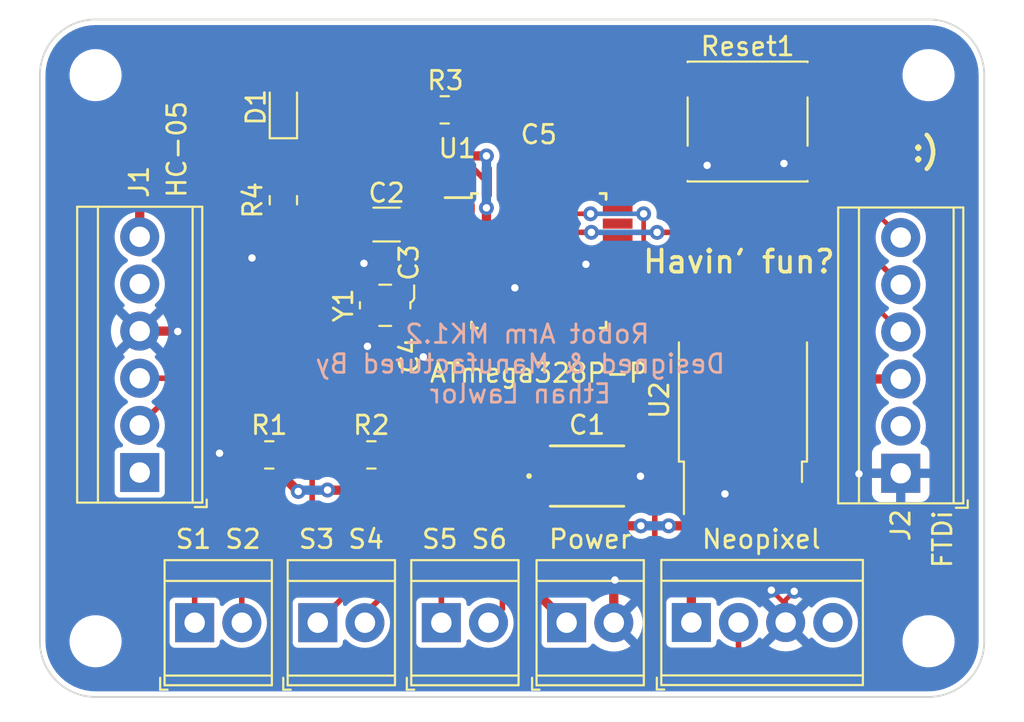
<source format=kicad_pcb>
(kicad_pcb (version 20221018) (generator pcbnew)
  (layers (0 "F.Cu" signal) (31 "B.Cu" signal) (34 "B.Paste" user) (35 "F.Paste" user) (36 "B.SilkS" user "B.Silkscreen") (37 "F.SilkS" user "F.Silkscreen") (38 "B.Mask" user) (39 "F.Mask" user) (44 "Edge.Cuts" user))
  (net 0 "")
  (net 1 "VBUS")
  (net 2 "GND")
  (net 3 "+5V")
  (net 4 "PB6_CRYS1")
  (net 5 "PB7_CRYS2")
  (net 6 "Net-(J2-Pin_6)")
  (net 7 "PC6_RESET")
  (net 8 "Net-(D1-K)")
  (net 10 "Net-(J1-Pin_2)")
  (net 11 "PD2_HC05TX")
  (net 14 "PD0_FTDITX")
  (net 15 "PD1_FTDIRX")
  (net 16 "PD3_S1")
  (net 17 "PD5_S2")
  (net 18 "PD6_S3")
  (net 19 "PB1_S4")
  (net 20 "PB2_S5")
  (net 21 "PB3_S6")
  (net 22 "PB5_NEO")
  (net 24 "PD4_HC05RX")
  (footprint "Package_TO_SOT_SMD:TO-252-2" (layer "F.Cu") (at 162.5 103.01 90)
    (fp_text reference "U2" (at 0 -4.5 90) (layer "F.SilkS"))
    (fp_text value "AMS1117")
    (fp_line (start -3.31 -3.45) (end -3.31 -3.18) (stroke (width 0.12)) (layer "F.SilkS"))
    (fp_line (start -3.31 -3.18) (end -6.14 -3.18) (stroke (width 0.12)) (layer "F.SilkS"))
    (fp_line (start -3.31 3.18) (end -4.41 3.18) (stroke (width 0.12)) (layer "F.SilkS"))
    (fp_line (start -3.31 3.45) (end -3.31 3.18) (stroke (width 0.12)) (layer "F.SilkS"))
    (fp_line (start 3.11 -3.45) (end -3.31 -3.45) (stroke (width 0.12)) (layer "F.SilkS"))
    (fp_line (start 3.11 3.45) (end -3.31 3.45) (stroke (width 0.12)) (layer "F.SilkS"))
    (pad "1" smd roundrect (at -5.04 -2.28 90) (size 2.2 1.2) (layers "F.Cu" "F.Paste" "F.Mask") (roundrect_rratio 0.2083333333) (net 2 "GND"))
    (pad "2" smd roundrect (at -0.415 -1.525 90) (size 3.05 2.75) (layers "F.Cu" "F.Paste") (roundrect_rratio 0.09090909091) (net 3 "+5V"))
    (pad "2" smd roundrect (at -0.415 1.525 90) (size 3.05 2.75) (layers "F.Cu" "F.Paste") (roundrect_rratio 0.09090909091) (net 3 "+5V"))
    (pad "2" smd roundrect (at 1.26 0 90) (size 6.4 5.8) (layers "F.Cu" "F.Mask") (roundrect_rratio 0.04310293103) (net 3 "+5V"))
    (pad "2" smd roundrect (at 2.935 -1.525 90) (size 3.05 2.75) (layers "F.Cu" "F.Paste") (roundrect_rratio 0.09090909091) (net 3 "+5V"))
    (pad "2" smd roundrect (at 2.935 1.525 90) (size 3.05 2.75) (layers "F.Cu" "F.Paste") (roundrect_rratio 0.09090909091) (net 3 "+5V"))
    (pad "3" smd roundrect (at -5.04 2.28 90) (size 2.2 1.2) (layers "F.Cu" "F.Paste" "F.Mask") (roundrect_rratio 0.2083333333) (net 1 "VBUS"))
  )
  (footprint "MountingHole:MountingHole_2.2mm_M2" (layer "F.Cu") (at 172.5 85.5)
    (fp_text reference "H3")
    (fp_text value "MountingHole")
    (pad "" np_thru_hole circle (at 0 0) (size 2.2 2.2) (drill 2.2) (layers "*.Cu" "*.Mask"))
  )
  (footprint "MountingHole:MountingHole_2.2mm_M2" (layer "F.Cu") (at 127.62132 85.5)
    (fp_text reference "H2")
    (fp_text value "MountingHole")
    (pad "" np_thru_hole circle (at 0 0) (size 2.2 2.2) (drill 2.2) (layers "*.Cu" "*.Mask"))
  )
  (footprint "TerminalBlock_TE-Connectivity:TerminalBlock_TE_282834-4_1x04_P2.54mm_Horizontal" (layer "F.Cu") (at 159.72 114.99)
    (fp_text reference "J6")
    (fp_text value "Neopixel" (at 3.77 -4.49) (layer "F.SilkS"))
    (fp_line (start -1.86 2.97) (end -1.86 3.61) (stroke (width 0.12)) (layer "F.SilkS"))
    (fp_line (start -1.86 3.61) (end -1.46 3.61) (stroke (width 0.12)) (layer "F.SilkS"))
    (fp_line (start -1.62 -3.37) (end -1.62 3.37) (stroke (width 0.12)) (layer "F.SilkS"))
    (fp_line (start -1.62 -3.37) (end 9.241 -3.37) (stroke (width 0.12)) (layer "F.SilkS"))
    (fp_line (start -1.62 -2.25) (end 9.241 -2.25) (stroke (width 0.12)) (layer "F.SilkS"))
    (fp_line (start -1.62 2.85) (end 9.241 2.85) (stroke (width 0.12)) (layer "F.SilkS"))
    (fp_line (start -1.62 3.37) (end 9.241 3.37) (stroke (width 0.12)) (layer "F.SilkS"))
    (fp_line (start 9.241 -3.37) (end 9.241 3.37) (stroke (width 0.12)) (layer "F.SilkS"))
    (pad "1" thru_hole rect (at 0 0) (size 2.1 2.1) (drill 1.1) (layers "*.Cu" "*.Mask") (net 3 "+5V"))
    (pad "2" thru_hole circle (at 2.54 0) (size 2.1 2.1) (drill 1.1) (layers "*.Cu" "*.Mask") (net 22 "PB5_NEO"))
    (pad "3" thru_hole circle (at 5.08 0) (size 2.1 2.1) (drill 1.1) (layers "*.Cu" "*.Mask") (net 2 "GND"))
    (pad "4" thru_hole circle (at 7.62 0) (size 2.1 2.1) (drill 1.1) (layers "*.Cu" "*.Mask"))
  )
  (footprint "Capacitor_SMD:C_0201_0603Metric_Pad0.64x0.40mm_HandSolder" (layer "F.Cu") (at 145.525 99.05 -90)
    (fp_text reference "C4" (at 1.55 1 90) (layer "F.SilkS"))
    (fp_text value "22pF")
    (pad "1" smd roundrect (at -0.42 0 270) (size 0.635 0.4) (layers "F.Cu" "F.Mask") (net 5 "PB7_CRYS2"))
    (pad "2" smd roundrect (at 0.42 0 270) (size 0.635 0.4) (layers "F.Cu" "F.Mask") (net 2 "GND"))
  )
  (footprint "TerminalBlock_TE-Connectivity:TerminalBlock_TE_282834-2_1x02_P2.54mm_Horizontal" (layer "F.Cu") (at 139.5925 115)
    (fp_text reference "J4")
    (fp_text value "S3 S4" (at 1.27 -4.5) (layer "F.SilkS"))
    (fp_line (start -1.86 2.97) (end -1.86 3.61) (stroke (width 0.12)) (layer "F.SilkS"))
    (fp_line (start -1.86 3.61) (end -1.46 3.61) (stroke (width 0.12)) (layer "F.SilkS"))
    (fp_line (start -1.62 -3.37) (end -1.62 3.37) (stroke (width 0.12)) (layer "F.SilkS"))
    (fp_line (start -1.62 -3.37) (end 4.16 -3.37) (stroke (width 0.12)) (layer "F.SilkS"))
    (fp_line (start -1.62 -2.25) (end 4.16 -2.25) (stroke (width 0.12)) (layer "F.SilkS"))
    (fp_line (start -1.62 2.85) (end 4.16 2.85) (stroke (width 0.12)) (layer "F.SilkS"))
    (fp_line (start -1.62 3.37) (end 4.16 3.37) (stroke (width 0.12)) (layer "F.SilkS"))
    (fp_line (start 4.16 -3.37) (end 4.16 3.37) (stroke (width 0.12)) (layer "F.SilkS"))
    (pad "1" thru_hole rect (at 0 0) (size 2.1 2.1) (drill 1.1) (layers "*.Cu" "*.Mask") (net 18 "PD6_S3"))
    (pad "2" thru_hole circle (at 2.54 0) (size 2.1 2.1) (drill 1.1) (layers "*.Cu" "*.Mask") (net 19 "PB1_S4"))
  )
  (footprint "Capacitor_SMD:C_0201_0603Metric_Pad0.64x0.40mm_HandSolder" (layer "F.Cu") (at 151.5 89.7 180)
    (fp_text reference "C5" (at 0 1 180) (layer "F.SilkS"))
    (fp_text value "100nF")
    (pad "1" smd roundrect (at -0.42 0 180) (size 0.635 0.4) (layers "F.Cu" "F.Mask") (net 6 "Net-(J2-Pin_6)"))
    (pad "2" smd roundrect (at 0.42 0 180) (size 0.635 0.4) (layers "F.Cu" "F.Mask") (net 7 "PC6_RESET"))
  )
  (footprint "Resistor_SMD:R_0805_2012Metric_Pad1.20x1.40mm_HandSolder" (layer "F.Cu") (at 142.48 105.96 180)
    (fp_text reference "R2" (at 0 1.6) (layer "F.SilkS"))
    (fp_text value "1K")
    (fp_line (start -0.227064 -0.735) (end 0.227064 -0.735) (stroke (width 0.12)) (layer "F.SilkS"))
    (fp_line (start -0.227064 0.735) (end 0.227064 0.735) (stroke (width 0.12)) (layer "F.SilkS"))
    (pad "1" smd roundrect (at -1 0 180) (size 1.2 1.4) (layers "F.Cu" "F.Paste" "F.Mask") (roundrect_rratio 0.2083333333) (net 10 "Net-(J1-Pin_2)"))
    (pad "2" smd roundrect (at 1 0 180) (size 1.2 1.4) (layers "F.Cu" "F.Paste" "F.Mask") (roundrect_rratio 0.2083333333) (net 24 "PD4_HC05RX"))
  )
  (footprint "PCBFootprints:TAJB_AVX-M" (layer "F.Cu") (at 154.1 107.1)
    (fp_text reference "C1")
    (fp_text value "100uF")
    (fp_text user "${REFERENCE}" (at 0 -2.75 unlocked) (layer "F.SilkS"))
    (fp_line (start -1.9812 1.6256) (end 1.9812 1.6256) (stroke (width 0.1524)) (layer "F.SilkS"))
    (fp_line (start 1.9812 -1.6256) (end -1.9812 -1.6256) (stroke (width 0.1524)) (layer "F.SilkS"))
    (fp_circle (center -3.1242 0) (end -3.048 0) (stroke (width 0.1524)) (fill none) (layer "F.SilkS"))
    (pad "1" smd rect (at -1.239063 0 90) (size 2.413 1.738275) (layers "F.Cu" "F.Paste" "F.Mask") (net 1 "VBUS"))
    (pad "2" smd rect (at 1.239063 0 90) (size 2.413 1.738275) (layers "F.Cu" "F.Paste" "F.Mask") (net 2 "GND"))
  )
  (footprint "LED_SMD:LED_0603_1608Metric_Pad1.05x0.95mm_HandSolder" (layer "F.Cu") (at 137.74 87.24 90)
    (fp_text reference "D1" (at 0.01 -1.48 90) (layer "F.SilkS"))
    (fp_text value "LED")
    (fp_line (start -1.66 -0.735) (end -1.66 0.735) (stroke (width 0.12)) (layer "F.SilkS"))
    (fp_line (start -1.66 0.735) (end 0.8 0.735) (stroke (width 0.12)) (layer "F.SilkS"))
    (fp_line (start 0.8 -0.735) (end -1.66 -0.735) (stroke (width 0.12)) (layer "F.SilkS"))
    (pad "1" smd roundrect (at -0.875 0 90) (size 1.05 0.95) (layers "F.Cu" "F.Paste" "F.Mask") (net 8 "Net-(D1-K)"))
    (pad "2" smd roundrect (at 0.875 0 90) (size 1.05 0.95) (layers "F.Cu" "F.Paste" "F.Mask") (net 3 "+5V"))
  )
  (footprint "TerminalBlock_TE-Connectivity:TerminalBlock_TE_282834-2_1x02_P2.54mm_Horizontal" (layer "F.Cu") (at 153 115)
    (fp_text reference "J7")
    (fp_text value "Power" (at 1.27 -4.5) (layer "F.SilkS"))
    (fp_line (start -1.86 2.97) (end -1.86 3.61) (stroke (width 0.12)) (layer "F.SilkS"))
    (fp_line (start -1.86 3.61) (end -1.46 3.61) (stroke (width 0.12)) (layer "F.SilkS"))
    (fp_line (start -1.62 -3.37) (end -1.62 3.37) (stroke (width 0.12)) (layer "F.SilkS"))
    (fp_line (start -1.62 -3.37) (end 4.16 -3.37) (stroke (width 0.12)) (layer "F.SilkS"))
    (fp_line (start -1.62 -2.25) (end 4.16 -2.25) (stroke (width 0.12)) (layer "F.SilkS"))
    (fp_line (start -1.62 2.85) (end 4.16 2.85) (stroke (width 0.12)) (layer "F.SilkS"))
    (fp_line (start -1.62 3.37) (end 4.16 3.37) (stroke (width 0.12)) (layer "F.SilkS"))
    (fp_line (start 4.16 -3.37) (end 4.16 3.37) (stroke (width 0.12)) (layer "F.SilkS"))
    (pad "1" thru_hole rect (at 0 0) (size 2.1 2.1) (drill 1.1) (layers "*.Cu" "*.Mask") (net 1 "VBUS"))
    (pad "2" thru_hole circle (at 2.54 0) (size 2.1 2.1) (drill 1.1) (layers "*.Cu" "*.Mask") (net 2 "GND"))
  )
  (footprint "Capacitor_SMD:C_0201_0603Metric_Pad0.64x0.40mm_HandSolder" (layer "F.Cu") (at 145.525 96.8 90)
    (fp_text reference "C3" (at 1.2 -1.025 90) (layer "F.SilkS"))
    (fp_text value "22pF")
    (pad "1" smd roundrect (at -0.43 0 90) (size 0.635 0.4) (layers "F.Cu" "F.Mask") (net 4 "PB6_CRYS1"))
    (pad "2" smd roundrect (at 0.41 0 90) (size 0.635 0.4) (layers "F.Cu" "F.Mask") (net 2 "GND"))
  )
  (footprint "TerminalBlock_TE-Connectivity:TerminalBlock_TE_282834-2_1x02_P2.54mm_Horizontal" (layer "F.Cu") (at 146.25 115)
    (fp_text reference "J5")
    (fp_text value "S5 S6" (at 1.25 -4.5) (layer "F.SilkS"))
    (fp_line (start -1.86 2.97) (end -1.86 3.61) (stroke (width 0.12)) (layer "F.SilkS"))
    (fp_line (start -1.86 3.61) (end -1.46 3.61) (stroke (width 0.12)) (layer "F.SilkS"))
    (fp_line (start -1.62 -3.37) (end -1.62 3.37) (stroke (width 0.12)) (layer "F.SilkS"))
    (fp_line (start -1.62 -3.37) (end 4.16 -3.37) (stroke (width 0.12)) (layer "F.SilkS"))
    (fp_line (start -1.62 -2.25) (end 4.16 -2.25) (stroke (width 0.12)) (layer "F.SilkS"))
    (fp_line (start -1.62 2.85) (end 4.16 2.85) (stroke (width 0.12)) (layer "F.SilkS"))
    (fp_line (start -1.62 3.37) (end 4.16 3.37) (stroke (width 0.12)) (layer "F.SilkS"))
    (fp_line (start 4.16 -3.37) (end 4.16 3.37) (stroke (width 0.12)) (layer "F.SilkS"))
    (pad "1" thru_hole rect (at 0 0) (size 2.1 2.1) (drill 1.1) (layers "*.Cu" "*.Mask") (net 20 "PB2_S5"))
    (pad "2" thru_hole circle (at 2.54 0) (size 2.1 2.1) (drill 1.1) (layers "*.Cu" "*.Mask") (net 21 "PB3_S6"))
  )
  (footprint "TerminalBlock_TE-Connectivity:TerminalBlock_TE_282834-6_1x06_P2.54mm_Horizontal" (layer "F.Cu") (at 130 106.91 90)
    (fp_text reference "J1" (at 15.66 -0.03 90) (layer "F.SilkS"))
    (fp_text value "HC-05" (at 17.41 2 90) (layer "F.SilkS"))
    (fp_line (start -1.86 2.97) (end -1.86 3.61) (stroke (width 0.12)) (layer "F.SilkS"))
    (fp_line (start -1.86 3.61) (end -1.46 3.61) (stroke (width 0.12)) (layer "F.SilkS"))
    (fp_line (start -1.62 -3.37) (end -1.62 3.37) (stroke (width 0.12)) (layer "F.SilkS"))
    (fp_line (start -1.62 -3.37) (end 14.32 -3.37) (stroke (width 0.12)) (layer "F.SilkS"))
    (fp_line (start -1.62 -2.25) (end 14.32 -2.25) (stroke (width 0.12)) (layer "F.SilkS"))
    (fp_line (start -1.62 2.85) (end 14.32 2.85) (stroke (width 0.12)) (layer "F.SilkS"))
    (fp_line (start -1.62 3.37) (end 14.32 3.37) (stroke (width 0.12)) (layer "F.SilkS"))
    (fp_line (start 14.32 -3.37) (end 14.32 3.37) (stroke (width 0.12)) (layer "F.SilkS"))
    (pad "1" thru_hole rect (at 0 0 90) (size 2.1 2.1) (drill 1.1) (layers "*.Cu" "*.Mask"))
    (pad "2" thru_hole circle (at 2.54 0 90) (size 2.1 2.1) (drill 1.1) (layers "*.Cu" "*.Mask") (net 10 "Net-(J1-Pin_2)"))
    (pad "3" thru_hole circle (at 5.08 0 90) (size 2.1 2.1) (drill 1.1) (layers "*.Cu" "*.Mask") (net 11 "PD2_HC05TX"))
    (pad "4" thru_hole circle (at 7.62 0 90) (size 2.1 2.1) (drill 1.1) (layers "*.Cu" "*.Mask") (net 2 "GND"))
    (pad "5" thru_hole circle (at 10.16 0 90) (size 2.1 2.1) (drill 1.1) (layers "*.Cu" "*.Mask"))
    (pad "6" thru_hole circle (at 12.7 0 90) (size 2.1 2.1) (drill 1.1) (layers "*.Cu" "*.Mask") (net 3 "+5V"))
  )
  (footprint "Capacitor_SMD:C_1206_3216Metric_Pad1.33x1.80mm_HandSolder" (layer "F.Cu") (at 143.3 93.55 180)
    (fp_text reference "C2" (at 0 1.7) (layer "F.SilkS"))
    (fp_text value "10uF")
    (fp_line (start -0.711252 -0.91) (end 0.711252 -0.91) (stroke (width 0.12)) (layer "F.SilkS"))
    (fp_line (start -0.711252 0.91) (end 0.711252 0.91) (stroke (width 0.12)) (layer "F.SilkS"))
    (pad "1" smd roundrect (at -1.5625 0 180) (size 1.325 1.8) (layers "F.Cu" "F.Paste" "F.Mask") (roundrect_rratio 0.1886792453) (net 3 "+5V"))
    (pad "2" smd roundrect (at 1.5625 0 180) (size 1.325 1.8) (layers "F.Cu" "F.Paste" "F.Mask") (roundrect_rratio 0.1886792453) (net 2 "GND"))
  )
  (footprint "Button_Switch_SMD:SW_Push_1P1T_NO_6x6mm_H9.5mm" (layer "F.Cu") (at 162.75 88)
    (fp_text reference "Reset1" (at 0 -4.05) (layer "F.SilkS"))
    (fp_text value "SW_Push_Dual")
    (fp_line (start -3.23 -3.23) (end 3.23 -3.23) (stroke (width 0.12)) (layer "F.SilkS"))
    (fp_line (start -3.23 -3.2) (end -3.23 -3.23) (stroke (width 0.12)) (layer "F.SilkS"))
    (fp_line (start -3.23 -1.3) (end -3.23 1.3) (stroke (width 0.12)) (layer "F.SilkS"))
    (fp_line (start -3.23 3.23) (end -3.23 3.2) (stroke (width 0.12)) (layer "F.SilkS"))
    (fp_line (start -3.23 3.23) (end 3.23 3.23) (stroke (width 0.12)) (layer "F.SilkS"))
    (fp_line (start 3.23 -3.23) (end 3.23 -3.2) (stroke (width 0.12)) (layer "F.SilkS"))
    (fp_line (start 3.23 -1.3) (end 3.23 1.3) (stroke (width 0.12)) (layer "F.SilkS"))
    (fp_line (start 3.23 3.23) (end 3.23 3.2) (stroke (width 0.12)) (layer "F.SilkS"))
    (pad "1" smd rect (at -3.975 -2.25) (size 1.55 1.3) (layers "F.Cu" "F.Paste" "F.Mask") (net 7 "PC6_RESET"))
    (pad "1" smd rect (at 3.975 -2.25) (size 1.55 1.3) (layers "F.Cu" "F.Paste" "F.Mask") (net 7 "PC6_RESET"))
    (pad "2" smd rect (at -3.975 2.25) (size 1.55 1.3) (layers "F.Cu" "F.Paste" "F.Mask") (net 2 "GND"))
    (pad "2" smd rect (at 3.975 2.25) (size 1.55 1.3) (layers "F.Cu" "F.Paste" "F.Mask") (net 2 "GND"))
  )
  (footprint "TerminalBlock_TE-Connectivity:TerminalBlock_TE_282834-6_1x06_P2.54mm_Horizontal" (layer "F.Cu") (at 171 106.95 90)
    (fp_text reference "J2" (at -2.8 0 90) (layer "F.SilkS"))
    (fp_text value "FTDi" (at -3.55 2.25 90) (layer "F.SilkS"))
    (fp_line (start -1.86 2.97) (end -1.86 3.61) (stroke (width 0.12)) (layer "F.SilkS"))
    (fp_line (start -1.86 3.61) (end -1.46 3.61) (stroke (width 0.12)) (layer "F.SilkS"))
    (fp_line (start -1.62 -3.37) (end -1.62 3.37) (stroke (width 0.12)) (layer "F.SilkS"))
    (fp_line (start -1.62 -3.37) (end 14.32 -3.37) (stroke (width 0.12)) (layer "F.SilkS"))
    (fp_line (start -1.62 -2.25) (end 14.32 -2.25) (stroke (width 0.12)) (layer "F.SilkS"))
    (fp_line (start -1.62 2.85) (end 14.32 2.85) (stroke (width 0.12)) (layer "F.SilkS"))
    (fp_line (start -1.62 3.37) (end 14.32 3.37) (stroke (width 0.12)) (layer "F.SilkS"))
    (fp_line (start 14.32 -3.37) (end 14.32 3.37) (stroke (width 0.12)) (layer "F.SilkS"))
    (pad "1" thru_hole rect (at 0 0 90) (size 2.1 2.1) (drill 1.1) (layers "*.Cu" "*.Mask") (net 2 "GND"))
    (pad "2" thru_hole circle (at 2.54 0 90) (size 2.1 2.1) (drill 1.1) (layers "*.Cu" "*.Mask"))
    (pad "3" thru_hole circle (at 5.08 0 90) (size 2.1 2.1) (drill 1.1) (layers "*.Cu" "*.Mask") (net 3 "+5V"))
    (pad "4" thru_hole circle (at 7.62 0 90) (size 2.1 2.1) (drill 1.1) (layers "*.Cu" "*.Mask") (net 14 "PD0_FTDITX"))
    (pad "5" thru_hole circle (at 10.16 0 90) (size 2.1 2.1) (drill 1.1) (layers "*.Cu" "*.Mask") (net 15 "PD1_FTDIRX"))
    (pad "6" thru_hole circle (at 12.7 0 90) (size 2.1 2.1) (drill 1.1) (layers "*.Cu" "*.Mask") (net 6 "Net-(J2-Pin_6)"))
  )
  (footprint "Oscillator:Oscillator_SMD_ECS_2520MV-xxx-xx-4Pin_2.5x2.0mm" (layer "F.Cu") (at 143.225 97.9 -90)
    (fp_text reference "Y1" (at 0 2.25 90) (layer "F.SilkS"))
    (fp_text value "16MHz OSC")
    (fp_line (start -1.11 0.32) (end -1.11 -0.32) (stroke (width 0.12)) (layer "F.SilkS"))
    (fp_line (start -0.38 -1.56) (end -1.07 -1.56) (stroke (width 0.12)) (layer "F.SilkS"))
    (fp_line (start -0.17 1.36) (end 0.17 1.36) (stroke (width 0.12)) (layer "F.SilkS"))
    (fp_line (start -0.16 -1.36) (end 0.17 -1.36) (stroke (width 0.12)) (layer "F.SilkS"))
    (fp_line (start 1.11 0.32) (end 1.11 -0.32) (stroke (width 0.12)) (layer "F.SilkS"))
    (fp_arc (start -0.38 -1.56) (mid -0.246393 -1.485967) (end -0.16 -1.36) (stroke (width 0.12)) (layer "F.SilkS"))
    (pad "1" smd roundrect (at -0.725 -0.925 270) (size 0.8 0.9) (layers "F.Cu" "F.Paste" "F.Mask") (net 4 "PB6_CRYS1"))
    (pad "2" smd roundrect (at -0.725 0.925 270) (size 0.8 0.9) (layers "F.Cu" "F.Paste" "F.Mask") (net 2 "GND"))
    (pad "3" smd roundrect (at 0.725 0.925 270) (size 0.8 0.9) (layers "F.Cu" "F.Paste" "F.Mask") (net 2 "GND"))
    (pad "4" smd roundrect (at 0.725 -0.925 270) (size 0.8 0.9) (layers "F.Cu" "F.Paste" "F.Mask") (net 5 "PB7_CRYS2"))
  )
  (footprint "Package_QFP:TQFP-32_7x7mm_P0.8mm" (layer "F.Cu") (at 151.5 95.5)
    (fp_text reference "U1" (at -4.4 -6.05) (layer "F.SilkS"))
    (fp_text value "ATmega328P-P" (at 0 6.05) (layer "F.SilkS"))
    (fp_line (start -3.625 -3.625) (end -3.625 -3.4) (stroke (width 0.15)) (layer "F.SilkS"))
    (fp_line (start -3.625 -3.625) (end -3.3 -3.625) (stroke (width 0.15)) (layer "F.SilkS"))
    (fp_line (start -3.625 -3.4) (end -5.05 -3.4) (stroke (width 0.15)) (layer "F.SilkS"))
    (fp_line (start -3.625 3.625) (end -3.625 3.3) (stroke (width 0.15)) (layer "F.SilkS"))
    (fp_line (start -3.625 3.625) (end -3.3 3.625) (stroke (width 0.15)) (layer "F.SilkS"))
    (fp_line (start 3.625 -3.625) (end 3.3 -3.625) (stroke (width 0.15)) (layer "F.SilkS"))
    (fp_line (start 3.625 -3.625) (end 3.625 -3.3) (stroke (width 0.15)) (layer "F.SilkS"))
    (fp_line (start 3.625 3.625) (end 3.3 3.625) (stroke (width 0.15)) (layer "F.SilkS"))
    (fp_line (start 3.625 3.625) (end 3.625 3.3) (stroke (width 0.15)) (layer "F.SilkS"))
    (pad "1" smd rect (at -4.25 -2.8) (size 1.6 0.55) (layers "F.Cu" "F.Paste" "F.Mask") (net 16 "PD3_S1"))
    (pad "2" smd rect (at -4.25 -2) (size 1.6 0.55) (layers "F.Cu" "F.Paste" "F.Mask") (net 24 "PD4_HC05RX"))
    (pad "3" smd rect (at -4.25 -1.2) (size 1.6 0.55) (layers "F.Cu" "F.Paste" "F.Mask"))
    (pad "4" smd rect (at -4.25 -0.4) (size 1.6 0.55) (layers "F.Cu" "F.Paste" "F.Mask") (net 3 "+5V"))
    (pad "5" smd rect (at -4.25 0.4) (size 1.6 0.55) (layers "F.Cu" "F.Paste" "F.Mask") (net 2 "GND"))
    (pad "6" smd rect (at -4.25 1.2) (size 1.6 0.55) (layers "F.Cu" "F.Paste" "F.Mask"))
    (pad "7" smd rect (at -4.25 2) (size 1.6 0.55) (layers "F.Cu" "F.Paste" "F.Mask") (net 4 "PB6_CRYS1"))
    (pad "8" smd rect (at -4.25 2.8) (size 1.6 0.55) (layers "F.Cu" "F.Paste" "F.Mask") (net 5 "PB7_CRYS2"))
    (pad "9" smd rect (at -2.8 4.25 90) (size 1.6 0.55) (layers "F.Cu" "F.Paste" "F.Mask") (net 17 "PD5_S2"))
    (pad "10" smd rect (at -2 4.25 90) (size 1.6 0.55) (layers "F.Cu" "F.Paste" "F.Mask") (net 18 "PD6_S3"))
    (pad "11" smd rect (at -1.2 4.25 90) (size 1.6 0.55) (layers "F.Cu" "F.Paste" "F.Mask"))
    (pad "12" smd rect (at -0.4 4.25 90) (size 1.6 0.55) (layers "F.Cu" "F.Paste" "F.Mask"))
    (pad "13" smd rect (at 0.4 4.25 90) (size 1.6 0.55) (layers "F.Cu" "F.Paste" "F.Mask") (net 19 "PB1_S4"))
    (pad "14" smd rect (at 1.2 4.25 90) (size 1.6 0.55) (layers "F.Cu" "F.Paste" "F.Mask") (net 20 "PB2_S5"))
    (pad "15" smd rect (at 2 4.25 90) (size 1.6 0.55) (layers "F.Cu" "F.Paste" "F.Mask") (net 21 "PB3_S6"))
    (pad "16" smd rect (at 2.8 4.25 90) (size 1.6 0.55) (layers "F.Cu" "F.Paste" "F.Mask"))
    (pad "17" smd rect (at 4.25 2.8) (size 1.6 0.55) (layers "F.Cu" "F.Paste" "F.Mask") (net 22 "PB5_NEO"))
    (pad "18" smd rect (at 4.25 2) (size 1.6 0.55) (layers "F.Cu" "F.Paste" "F.Mask") (net 3 "+5V"))
    (pad "19" smd rect (at 4.25 1.2) (size 1.6 0.55) (layers "F.Cu" "F.Paste" "F.Mask"))
    (pad "20" smd rect (at 4.25 0.4) (size 1.6 0.55) (layers "F.Cu" "F.Paste" "F.Mask") (net 3 "+5V"))
    (pad "21" smd rect (at 4.25 -0.4) (size 1.6 0.55) (layers "F.Cu" "F.Paste" "F.Mask") (net 2 "GND"))
    (pad "22" smd rect (at 4.25 -1.2) (size 1.6 0.55) (layers "F.Cu" "F.Paste" "F.Mask"))
    (pad "23" smd rect (at 4.25 -2) (size 1.6 0.55) (layers "F.Cu" "F.Paste" "F.Mask"))
    (pad "24" smd rect (at 4.25 -2.8) (size 1.6 0.55) (layers "F.Cu" "F.Paste" "F.Mask"))
    (pad "25" smd rect (at 2.8 -4.25 90) (size 1.6 0.55) (layers "F.Cu" "F.Paste" "F.Mask"))
    (pad "26" smd rect (at 2 -4.25 90) (size 1.6 0.55) (layers "F.Cu" "F.Paste" "F.Mask"))
    (pad "27" smd rect (at 1.2 -4.25 90) (size 1.6 0.55) (layers "F.Cu" "F.Paste" "F.Mask"))
    (pad "28" smd rect (at 0.4 -4.25 90) (size 1.6 0.55) (layers "F.Cu" "F.Paste" "F.Mask"))
    (pad "29" smd rect (at -0.4 -4.25 90) (size 1.6 0.55) (layers "F.Cu" "F.Paste" "F.Mask") (net 7 "PC6_RESET"))
    (pad "30" smd rect (at -1.2 -4.25 90) (size 1.6 0.55) (layers "F.Cu" "F.Paste" "F.Mask") (net 14 "PD0_FTDITX"))
    (pad "31" smd rect (at -2 -4.25 90) (size 1.6 0.55) (layers "F.Cu" "F.Paste" "F.Mask") (net 15 "PD1_FTDIRX"))
    (pad "32" smd rect (at -2.8 -4.25 90) (size 1.6 0.55) (layers "F.Cu" "F.Paste" "F.Mask") (net 11 "PD2_HC05TX"))
  )
  (footprint "TerminalBlock_TE-Connectivity:TerminalBlock_TE_282834-2_1x02_P2.54mm_Horizontal" (layer "F.Cu") (at 132.96 115)
    (fp_text reference "J3")
    (fp_text value "S1 S2" (at 1.27 -4.5) (layer "F.SilkS"))
    (fp_line (start -1.86 2.97) (end -1.86 3.61) (stroke (width 0.12)) (layer "F.SilkS"))
    (fp_line (start -1.86 3.61) (end -1.46 3.61) (stroke (width 0.12)) (layer "F.SilkS"))
    (fp_line (start -1.62 -3.37) (end -1.62 3.37) (stroke (width 0.12)) (layer "F.SilkS"))
    (fp_line (start -1.62 -3.37) (end 4.16 -3.37) (stroke (width 0.12)) (layer "F.SilkS"))
    (fp_line (start -1.62 -2.25) (end 4.16 -2.25) (stroke (width 0.12)) (layer "F.SilkS"))
    (fp_line (start -1.62 2.85) (end 4.16 2.85) (stroke (width 0.12)) (layer "F.SilkS"))
    (fp_line (start -1.62 3.37) (end 4.16 3.37) (stroke (width 0.12)) (layer "F.SilkS"))
    (fp_line (start 4.16 -3.37) (end 4.16 3.37) (stroke (width 0.12)) (layer "F.SilkS"))
    (pad "1" thru_hole rect (at 0 0) (size 2.1 2.1) (drill 1.1) (layers "*.Cu" "*.Mask") (net 16 "PD3_S1"))
    (pad "2" thru_hole circle (at 2.54 0) (size 2.1 2.1) (drill 1.1) (layers "*.Cu" "*.Mask") (net 17 "PD5_S2"))
  )
  (footprint "MountingHole:MountingHole_2.2mm_M2" (layer "F.Cu") (at 127.62132 116)
    (fp_text reference "H1")
    (fp_text value "MountingHole")
    (pad "" np_thru_hole circle (at 0 0) (size 2.2 2.2) (drill 2.2) (layers "*.Cu" "*.Mask"))
  )
  (footprint "MountingHole:MountingHole_2.2mm_M2" (layer "F.Cu") (at 172.5 116)
    (fp_text reference "H4")
    (fp_text value "MountingHole")
    (pad "" np_thru_hole circle (at 0 0) (size 2.2 2.2) (drill 2.2) (layers "*.Cu" "*.Mask"))
  )
  (footprint "Resistor_SMD:R_0805_2012Metric_Pad1.20x1.40mm_HandSolder" (layer "F.Cu") (at 137.74 92.24 90)
    (fp_text reference "R4" (at 0 -1.65 90) (layer "F.SilkS"))
    (fp_text value "1K")
    (fp_line (start -0.227064 -0.735) (end 0.227064 -0.735) (stroke (width 0.12)) (layer "F.SilkS"))
    (fp_line (start -0.227064 0.735) (end 0.227064 0.735) (stroke (width 0.12)) (layer "F.SilkS"))
    (pad "1" smd roundrect (at -1 0 90) (size 1.2 1.4) (layers "F.Cu" "F.Paste" "F.Mask") (roundrect_rratio 0.2083333333) (net 2 "GND"))
    (pad "2" smd roundrect (at 1 0 90) (size 1.2 1.4) (layers "F.Cu" "F.Paste" "F.Mask") (roundrect_rratio 0.2083333333) (net 8 "Net-(D1-K)"))
  )
  (footprint "Resistor_SMD:R_0805_2012Metric_Pad1.20x1.40mm_HandSolder" (layer "F.Cu") (at 146.43 87.37)
    (fp_text reference "R3" (at 0.04 -1.58) (layer "F.SilkS"))
    (fp_text value "10K")
    (fp_line (start -0.227064 -0.735) (end 0.227064 -0.735) (stroke (width 0.12)) (layer "F.SilkS"))
    (fp_line (start -0.227064 0.735) (end 0.227064 0.735) (stroke (width 0.12)) (layer "F.SilkS"))
    (pad "1" smd roundrect (at -1 0) (size 1.2 1.4) (layers "F.Cu" "F.Paste" "F.Mask") (roundrect_rratio 0.2083333333) (net 3 "+5V"))
    (pad "2" smd roundrect (at 1 0) (size 1.2 1.4) (layers "F.Cu" "F.Paste" "F.Mask") (roundrect_rratio 0.2083333333) (net 7 "PC6_RESET"))
  )
  (footprint "Resistor_SMD:R_0805_2012Metric_Pad1.20x1.40mm_HandSolder" (layer "F.Cu") (at 136.98 105.96 180)
    (fp_text reference "R1" (at 0 1.6) (layer "F.SilkS"))
    (fp_text value "2K")
    (fp_line (start -0.227064 -0.735) (end 0.227064 -0.735) (stroke (width 0.12)) (layer "F.SilkS"))
    (fp_line (start -0.227064 0.735) (end 0.227064 0.735) (stroke (width 0.12)) (layer "F.SilkS"))
    (pad "1" smd roundrect (at -1 0 180) (size 1.2 1.4) (layers "F.Cu" "F.Paste" "F.Mask") (roundrect_rratio 0.2083333333) (net 10 "Net-(J1-Pin_2)"))
    (pad "2" smd roundrect (at 1 0 180) (size 1.2 1.4) (layers "F.Cu" "F.Paste" "F.Mask") (roundrect_rratio 0.2083333333) (net 2 "GND"))
  )
  (gr_line (start 127.62132 82.5) (end 172.5 82.5) (stroke (width 0.1)) (layer "Edge.Cuts"))
  (gr_arc (start 124.62132 85.5) (mid 125.5 83.37868) (end 127.62132 82.5) (stroke (width 0.1)) (layer "Edge.Cuts"))
  (gr_line (start 172.5 119) (end 127.62132 119) (stroke (width 0.1)) (layer "Edge.Cuts"))
  (gr_arc (start 127.62132 119) (mid 125.5 118.12132) (end 124.62132 116) (stroke (width 0.1)) (layer "Edge.Cuts"))
  (gr_line (start 175.5 85.5) (end 175.5 116) (stroke (width 0.1)) (layer "Edge.Cuts"))
  (gr_arc (start 172.5 82.5) (mid 174.62132 83.37868) (end 175.5 85.5) (stroke (width 0.1)) (layer "Edge.Cuts"))
  (gr_arc (start 175.5 116) (mid 174.62132 118.12132) (end 172.5 119) (stroke (width 0.1)) (layer "Edge.Cuts"))
  (gr_line (start 124.62132 85.5) (end 124.62132 116) (stroke (width 0.1)) (layer "Edge.Cuts"))
  (gr_text "Robot Arm MK1.2 \nDesigned & Manufactured By\nEthan Lawlor" (at 150.5 103.25) (layer "B.SilkS") (effects (font (size 1 1)) (justify bottom mirror)))
  (gr_text "Havin' fun?" (at 157.01 96.25) (layer "F.SilkS") (effects (font (size 1.2 1.2) (thickness 0.2) bold) (justify left bottom)))
  (gr_text ":)" (at 171.5 90.25) (layer "F.SilkS") (effects (font (size 1.2 1.2) (thickness 0.24) bold) (justify left bottom)))
  (segment (start 151.52 108.440937) (end 152.0466 107.914337) (width 0.5) (layer "F.Cu") (net 1))
  (segment (start 151.52 113.52) (end 151.52 108.440937) (width 0.5) (layer "F.Cu") (net 1))
  (segment (start 153 115) (end 151.52 113.52) (width 0.5) (layer "F.Cu") (net 1))
  (segment (start 153.175246 109.78) (end 152.0466 108.651354) (width 0.5) (layer "F.Cu") (net 1))
  (segment (start 152.0466 108.651354) (end 152.0466 107.914337) (width 0.5) (layer "F.Cu") (net 1))
  (segment (start 163.05 109.78) (end 164.78 108.05) (width 0.5) (layer "F.Cu") (net 1))
  (segment (start 157.0005 109.78) (end 153.175246 109.78) (width 0.5) (layer "F.Cu") (net 1))
  (segment (start 158.4995 109.78) (end 163.05 109.78) (width 0.5) (layer "F.Cu") (net 1))
  (segment (start 152.0466 107.914337) (end 152.860937 107.1) (width 0.5) (layer "F.Cu") (net 1))
  (via (at 157.0005 109.78) (size 0.8) (drill 0.4) (layers "F.Cu" "B.Cu") (net 1))
  (via (at 158.4995 109.78) (size 0.8) (drill 0.4) (layers "F.Cu" "B.Cu") (net 1))
  (segment (start 157.0005 109.78) (end 158.4995 109.78) (width 0.5) (layer "B.Cu") (net 1))
  (segment (start 168.78 106.95) (end 168.75 106.98) (width 0.5) (layer "F.Cu") (net 2))
  (segment (start 166.725 90.25) (end 164.72 90.25) (width 0.5) (layer "F.Cu") (net 2))
  (segment (start 145.525 100.435) (end 145.28 100.68) (width 0.5) (layer "F.Cu") (net 2))
  (segment (start 146.0175 95.9) (end 145.525 96.3925) (width 0.5) (layer "F.Cu") (net 2))
  (segment (start 147.25 95.9) (end 146.0175 95.9) (width 0.5) (layer "F.Cu") (net 2))
  (segment (start 149.15 95.9) (end 147.25 95.9) (width 0.5) (layer "F.Cu") (net 2))
  (segment (start 150.21 96.96) (end 149.15 95.9) (width 0.5) (layer "F.Cu") (net 2))
  (segment (start 142.3 97.175) (end 142.3 98.625) (width 0.5) (layer "F.Cu") (net 2))
  (segment (start 145.525 99.4575) (end 145.525 100.435) (width 0.5) (layer "F.Cu") (net 2))
  (segment (start 132.03 99.29) (end 132.05 99.31) (width 0.5) (layer "F.Cu") (net 2))
  (segment (start 155.54 115) (end 155.54 112.76) (width 0.5) (layer "F.Cu") (net 2))
  (segment (start 160.46 90.25) (end 160.57 90.36) (width 0.5) (layer "F.Cu") (net 2))
  (segment (start 130 99.29) (end 132.03 99.29) (width 0.5) (layer "F.Cu") (net 2))
  (segment (start 141.7375 95.2975) (end 142.08 95.64) (width 0.5) (layer "F.Cu") (net 2))
  (segment (start 164.72 90.25) (end 164.71 90.26) (width 0.5) (layer "F.Cu") (net 2))
  (segment (start 164.8 113.77) (end 165.26 113.31) (width 0.25) (layer "F.Cu") (net 2))
  (segment (start 135.98 105.96) (end 134.39 105.96) (width 0.5) (layer "F.Cu") (net 2))
  (segment (start 137.74 93.66) (end 136.05 95.35) (width 0.5) (layer "F.Cu") (net 2))
  (segment (start 142.3 100.08) (end 142.27 100.11) (width 0.5) (layer "F.Cu") (net 2))
  (segment (start 134.39 105.96) (end 134.3 105.87) (width 0.5) (layer "F.Cu") (net 2))
  (segment (start 171 106.95) (end 168.78 106.95) (width 0.5) (layer "F.Cu") (net 2))
  (segment (start 154.63 95.1) (end 155.75 95.1) (width 0.5) (layer "F.Cu") (net 2))
  (segment (start 155.54 112.76) (end 155.6 112.7) (width 0.5) (layer "F.Cu") (net 2))
  (segment (start 160.22 108.05) (end 161.52 108.05) (width 0.5) (layer "F.Cu") (net 2))
  (segment (start 164.8 114.02) (end 164.03 113.25) (width 0.25) (layer "F.Cu") (net 2))
  (segment (start 156.97 107.1) (end 156.98 107.11) (width 0.5) (layer "F.Cu") (net 2))
  (segment (start 142.3 98.625) (end 142.3 100.08) (width 0.5) (layer "F.Cu") (net 2))
  (segment (start 164.8 114.99) (end 164.8 113.77) (width 0.25) (layer "F.Cu") (net 2))
  (segment (start 154.04 95.69) (end 154.63 95.1) (width 0.5) (layer "F.Cu") (net 2))
  (segment (start 161.52 108.05) (end 161.53 108.06) (width 0.5) (layer "F.Cu") (net 2))
  (segment (start 141.7375 93.55) (end 141.7375 95.2975) (width 0.5) (layer "F.Cu") (net 2))
  (segment (start 155.339063 107.1) (end 156.97 107.1) (width 0.5) (layer "F.Cu") (net 2))
  (segment (start 137.74 93.24) (end 137.74 93.66) (width 0.5) (layer "F.Cu") (net 2))
  (segment (start 164.8 114.99) (end 164.8 114.02) (width 0.25) (layer "F.Cu") (net 2))
  (segment (start 158.775 90.25) (end 160.46 90.25) (width 0.5) (layer "F.Cu") (net 2))
  (via (at 161.53 108.06) (size 0.8) (drill 0.4) (layers "F.Cu" "B.Cu") (net 2))
  (via (at 145.28 100.68) (size 0.8) (drill 0.4) (layers "F.Cu" "B.Cu") (net 2))
  (via (at 165.26 113.31) (size 0.8) (drill 0.4) (layers "F.Cu" "B.Cu") (net 2))
  (via (at 136.05 95.35) (size 0.8) (drill 0.4) (layers "F.Cu" "B.Cu") (net 2))
  (via (at 155.6 112.7) (size 0.8) (drill 0.4) (layers "F.Cu" "B.Cu") (net 2))
  (via (at 150.21 96.96) (size 0.8) (drill 0.4) (layers "F.Cu" "B.Cu") (net 2))
  (via (at 168.75 106.98) (size 0.8) (drill 0.4) (layers "F.Cu" "B.Cu") (net 2))
  (via (at 154.04 95.69) (size 0.8) (drill 0.4) (layers "F.Cu" "B.Cu") (net 2))
  (via (at 164.71 90.26) (size 0.8) (drill 0.4) (layers "F.Cu" "B.Cu") (net 2))
  (via (at 156.98 107.11) (size 0.8) (drill 0.4) (layers "F.Cu" "B.Cu") (net 2))
  (via (at 142.08 95.64) (size 0.8) (drill 0.4) (layers "F.Cu" "B.Cu") (net 2))
  (via (at 160.57 90.36) (size 0.8) (drill 0.4) (layers "F.Cu" "B.Cu") (net 2))
  (via (at 164.03 113.25) (size 0.8) (drill 0.4) (layers "F.Cu" "B.Cu") (net 2))
  (via (at 134.3 105.87) (size 0.8) (drill 0.4) (layers "F.Cu" "B.Cu") (net 2))
  (via (at 142.27 100.11) (size 0.8) (drill 0.4) (layers "F.Cu" "B.Cu") (net 2))
  (via (at 132.05 99.31) (size 0.8) (drill 0.4) (layers "F.Cu" "B.Cu") (net 2))
  (segment (start 160.975 98.395) (end 158.48 95.9) (width 0.5) (layer "F.Cu") (net 3))
  (segment (start 144.8625 94.0125) (end 144.8625 93.55) (width 0.5) (layer "F.Cu") (net 3))
  (segment (start 148.68 94.845) (end 148.425 95.1) (width 0.5) (layer "F.Cu") (net 3))
  (segment (start 158.4 97.5) (end 155.75 97.5) (width 0.5) (layer "F.Cu") (net 3))
  (segment (start 147.910498 89.850498) (end 145.43 87.37) (width 0.5) (layer "F.Cu") (net 3))
  (segment (start 145.43 86.97) (end 144.85 86.39) (width 0.5) (layer "F.Cu") (net 3))
  (segment (start 160.975 100.075) (end 160.975 98.395) (width 0.5) (layer "F.Cu") (net 3))
  (segment (start 171 101.87) (end 165.58 101.87) (width 0.5) (layer "F.Cu") (net 3))
  (segment (start 136.03 86.39) (end 130 92.42) (width 0.5) (layer "F.Cu") (net 3))
  (segment (start 137.765 86.39) (end 137.74 86.365) (width 0.5) (layer "F.Cu") (net 3))
  (segment (start 166.64 106.04) (end 164.025 103.425) (width 0.5) (layer "F.Cu") (net 3))
  (segment (start 145.43 87.37) (end 145.43 86.97) (width 0.5) (layer "F.Cu") (net 3))
  (segment (start 137.74 86.365) (end 137.715 86.39) (width 0.5) (layer "F.Cu") (net 3))
  (segment (start 160.975 100.075) (end 158.4 97.5) (width 0.5) (layer "F.Cu") (net 3))
  (segment (start 161.67 111.38) (end 164.82 111.38) (width 0.5) (layer "F.Cu") (net 3))
  (segment (start 152.39 97.5) (end 149.99 95.1) (width 0.5) (layer "F.Cu") (net 3))
  (segment (start 148.68 89.850498) (end 147.910498 89.850498) (width 0.5) (layer "F.Cu") (net 3))
  (segment (start 155.75 97.5) (end 152.39 97.5) (width 0.5) (layer "F.Cu") (net 3))
  (segment (start 144.85 86.39) (end 137.765 86.39) (width 0.5) (layer "F.Cu") (net 3))
  (segment (start 159.72 114.99) (end 159.72 113.33) (width 0.5) (layer "F.Cu") (net 3))
  (segment (start 145.95 95.1) (end 144.8625 94.0125) (width 0.5) (layer "F.Cu") (net 3))
  (segment (start 159.72 113.33) (end 161.67 111.38) (width 0.5) (layer "F.Cu") (net 3))
  (segment (start 137.715 86.39) (end 136.03 86.39) (width 0.5) (layer "F.Cu") (net 3))
  (segment (start 165.58 101.87) (end 164.025 103.425) (width 0.5) (layer "F.Cu") (net 3))
  (segment (start 130 92.42) (end 130 94.21) (width 0.5) (layer "F.Cu") (net 3))
  (segment (start 166.64 109.56) (end 166.64 106.04) (width 0.5) (layer "F.Cu") (net 3))
  (segment (start 149.99 95.1) (end 147.25 95.1) (width 0.5) (layer "F.Cu") (net 3))
  (segment (start 148.425 95.1) (end 147.25 95.1) (width 0.5) (layer "F.Cu") (net 3))
  (segment (start 147.25 95.1) (end 145.95 95.1) (width 0.5) (layer "F.Cu") (net 3))
  (segment (start 148.68 92.649502) (end 148.68 94.845) (width 0.5) (layer "F.Cu") (net 3))
  (segment (start 158.48 95.9) (end 155.75 95.9) (width 0.5) (layer "F.Cu") (net 3))
  (segment (start 164.82 111.38) (end 166.64 109.56) (width 0.5) (layer "F.Cu") (net 3))
  (via (at 148.68 89.850498) (size 0.8) (drill 0.4) (layers "F.Cu" "B.Cu") (net 3))
  (via (at 148.68 92.649502) (size 0.8) (drill 0.4) (layers "F.Cu" "B.Cu") (net 3))
  (segment (start 148.68 92.649502) (end 148.68 89.850498) (width 0.5) (layer "B.Cu") (net 3))
  (segment (start 144.1825 97.2075) (end 144.15 97.175) (width 0.3) (layer "F.Cu") (net 4))
  (segment (start 145.8175 97.5) (end 145.525 97.2075) (width 0.3) (layer "F.Cu") (net 4))
  (segment (start 147.25 97.5) (end 145.8175 97.5) (width 0.3) (layer "F.Cu") (net 4))
  (segment (start 145.525 97.2075) (end 144.1825 97.2075) (width 0.3) (layer "F.Cu") (net 4))
  (segment (start 145.525 98.6425) (end 144.1675 98.6425) (width 0.3) (layer "F.Cu") (net 5))
  (segment (start 147.25 98.3) (end 145.8675 98.3) (width 0.3) (layer "F.Cu") (net 5))
  (segment (start 144.1675 98.6425) (end 144.15 98.625) (width 0.3) (layer "F.Cu") (net 5))
  (segment (start 145.8675 98.3) (end 145.525 98.6425) (width 0.3) (layer "F.Cu") (net 5))
  (segment (start 157.51 91.65) (end 168.4 91.65) (width 0.25) (layer "F.Cu") (net 6))
  (segment (start 168.4 91.65) (end 171 94.25) (width 0.25) (layer "F.Cu") (net 6))
  (segment (start 151.9075 89.7) (end 155.56 89.7) (width 0.25) (layer "F.Cu") (net 6))
  (segment (start 155.56 89.7) (end 157.51 91.65) (width 0.25) (layer "F.Cu") (net 6))
  (segment (start 164.66 84.26) (end 166.15 85.75) (width 0.25) (layer "F.Cu") (net 7))
  (segment (start 149.76 89.7) (end 147.43 87.37) (width 0.25) (layer "F.Cu") (net 7))
  (segment (start 151.0925 86.6275) (end 153.46 84.26) (width 0.25) (layer "F.Cu") (net 7))
  (segment (start 151.0925 89.7) (end 151.0925 89.596459) (width 0.25) (layer "F.Cu") (net 7))
  (segment (start 154.938959 85.75) (end 158.775 85.75) (width 0.25) (layer "F.Cu") (net 7))
  (segment (start 151.0925 89.596459) (end 154.938959 85.75) (width 0.25) (layer "F.Cu") (net 7))
  (segment (start 166.15 85.75) (end 166.725 85.75) (width 0.25) (layer "F.Cu") (net 7))
  (segment (start 153.46 84.26) (end 164.66 84.26) (width 0.25) (layer "F.Cu") (net 7))
  (segment (start 151.0925 89.7) (end 149.76 89.7) (width 0.25) (layer "F.Cu") (net 7))
  (segment (start 151.0925 89.7) (end 151.0925 86.6275) (width 0.25) (layer "F.Cu") (net 7))
  (segment (start 151.1 91.25) (end 151.1 89.7075) (width 0.25) (layer "F.Cu") (net 7))
  (segment (start 151.1 89.7075) (end 151.0925 89.7) (width 0.25) (layer "F.Cu") (net 7))
  (segment (start 137.74 91.24) (end 137.74 88.115) (width 0.3) (layer "F.Cu") (net 8))
  (segment (start 130.99 103.38) (end 135.4 103.38) (width 0.3) (layer "F.Cu") (net 10))
  (segment (start 130 104.37) (end 130.99 103.38) (width 0.3) (layer "F.Cu") (net 10))
  (segment (start 137.91 106.03) (end 137.98 105.96) (width 0.5) (layer "F.Cu") (net 10))
  (segment (start 137.98 105.41) (end 137.98 105.96) (width 0.3) (layer "F.Cu") (net 10))
  (segment (start 135.4 103.38) (end 137.98 105.96) (width 0.3) (layer "F.Cu") (net 10))
  (segment (start 137.91 107.298637) (end 137.91 106.03) (width 0.5) (layer "F.Cu") (net 10))
  (segment (start 141.58 107.86) (end 143.48 105.96) (width 0.5) (layer "F.Cu") (net 10))
  (segment (start 140.0395 107.86) (end 141.58 107.86) (width 0.5) (layer "F.Cu") (net 10))
  (segment (start 138.5405 107.929137) (end 137.91 107.298637) (width 0.5) (layer "F.Cu") (net 10))
  (via (at 138.5405 107.929137) (size 0.8) (drill 0.4) (layers "F.Cu" "B.Cu") (net 10))
  (via (at 140.12 107.85) (size 0.8) (drill 0.4) (layers "F.Cu" "B.Cu") (net 10))
  (segment (start 138.609637 107.86) (end 140.0395 107.86) (width 0.5) (layer "B.Cu") (net 10))
  (segment (start 138.5405 107.929137) (end 138.609637 107.86) (width 0.5) (layer "B.Cu") (net 10))
  (segment (start 148.7 91.25) (end 147.99 90.54) (width 0.3) (layer "F.Cu") (net 11))
  (segment (start 140.09 90.54) (end 139.41 91.22) (width 0.3) (layer "F.Cu") (net 11))
  (segment (start 139.41 91.22) (end 139.41 95) (width 0.3) (layer "F.Cu") (net 11))
  (segment (start 132.58 101.83) (end 130 101.83) (width 0.3) (layer "F.Cu") (net 11))
  (segment (start 139.41 95) (end 132.58 101.83) (width 0.3) (layer "F.Cu") (net 11))
  (segment (start 147.99 90.54) (end 140.09 90.54) (width 0.3) (layer "F.Cu") (net 11))
  (segment (start 157.52 94.91) (end 159.17 94.91) (width 0.25) (layer "F.Cu") (net 14))
  (segment (start 159.17 94.91) (end 161.83 97.57) (width 0.25) (layer "F.Cu") (net 14))
  (segment (start 161.83 97.57) (end 169.24 97.57) (width 0.25) (layer "F.Cu") (net 14))
  (segment (start 154.29 92.97) (end 150.97 92.97) (width 0.25) (layer "F.Cu") (net 14))
  (segment (start 157.149502 92.97) (end 157.149502 94.539502) (width 0.25) (layer "F.Cu") (net 14))
  (segment (start 150.3 92.3) (end 150.3 91.25) (width 0.25) (layer "F.Cu") (net 14))
  (segment (start 150.97 92.97) (end 150.3 92.3) (width 0.25) (layer "F.Cu") (net 14))
  (segment (start 169.24 97.57) (end 171 99.33) (width 0.25) (layer "F.Cu") (net 14))
  (segment (start 157.149502 94.539502) (end 157.52 94.91) (width 0.25) (layer "F.Cu") (net 14))
  (via (at 154.29 92.97) (size 0.8) (drill 0.4) (layers "F.Cu" "B.Cu") (net 14))
  (via (at 157.149502 92.97) (size 0.8) (drill 0.4) (layers "F.Cu" "B.Cu") (net 14))
  (segment (start 157.149502 92.97) (end 154.29 92.97) (width 0.25) (layer "B.Cu") (net 14))
  (segment (start 157.874002 93.97) (end 168.18 93.97) (width 0.3) (layer "F.Cu") (net 15))
  (segment (start 168.18 93.97) (end 171 96.79) (width 0.3) (layer "F.Cu") (net 15))
  (segment (start 154.334709 93.968502) (end 151.118502 93.968502) (width 0.3) (layer "F.Cu") (net 15))
  (segment (start 151.118502 93.968502) (end 149.5 92.35) (width 0.3) (layer "F.Cu") (net 15))
  (segment (start 149.5 92.35) (end 149.5 91.25) (width 0.3) (layer "F.Cu") (net 15))
  (via (at 154.334709 93.968502) (size 0.8) (drill 0.4) (layers "F.Cu" "B.Cu") (net 15))
  (via (at 157.874002 93.97) (size 0.8) (drill 0.4) (layers "F.Cu" "B.Cu") (net 15))
  (segment (start 154.336207 93.97) (end 154.334709 93.968502) (width 0.3) (layer "B.Cu") (net 15))
  (segment (start 157.874002 93.97) (end 154.336207 93.97) (width 0.3) (layer "B.Cu") (net 15))
  (segment (start 139.2905 108.7195) (end 139.2905 100.6505) (width 0.3) (layer "F.Cu") (net 16))
  (segment (start 132.96 115) (end 132.96 111.15) (width 0.3) (layer "F.Cu") (net 16))
  (segment (start 140.33 91.04) (end 146.52 91.04) (width 0.3) (layer "F.Cu") (net 16))
  (segment (start 139.24 100.6) (end 139.91 99.93) (width 0.3) (layer "F.Cu") (net 16))
  (segment (start 139.91 91.46) (end 140.33 91.04) (width 0.3) (layer "F.Cu") (net 16))
  (segment (start 146.52 91.04) (end 147.25 91.77) (width 0.3) (layer "F.Cu") (net 16))
  (segment (start 132.96 111.15) (end 134.7 109.41) (width 0.3) (layer "F.Cu") (net 16))
  (segment (start 134.7 109.41) (end 138.6 109.41) (width 0.3) (layer "F.Cu") (net 16))
  (segment (start 139.91 99.93) (end 139.91 91.46) (width 0.3) (layer "F.Cu") (net 16))
  (segment (start 138.6 109.41) (end 139.2905 108.7195) (width 0.3) (layer "F.Cu") (net 16))
  (segment (start 147.25 91.77) (end 147.25 92.7) (width 0.3) (layer "F.Cu") (net 16))
  (segment (start 139.2905 100.6505) (end 139.24 100.6) (width 0.3) (layer "F.Cu") (net 16))
  (segment (start 135.5 115) (end 135.5 112.67) (width 0.3) (layer "F.Cu") (net 17))
  (segment (start 135.5 112.67) (end 137.58 110.59) (width 0.3) (layer "F.Cu") (net 17))
  (segment (start 148.7 100.92) (end 148.7 99.75) (width 0.3) (layer "F.Cu") (net 17))
  (segment (start 137.58 110.59) (end 142.06 110.59) (width 0.3) (layer "F.Cu") (net 17))
  (segment (start 142.06 110.59) (end 145.52 107.13) (width 0.3) (layer "F.Cu") (net 17))
  (segment (start 145.52 107.13) (end 145.52 104.1) (width 0.3) (layer "F.Cu") (net 17))
  (segment (start 145.52 104.1) (end 148.7 100.92) (width 0.3) (layer "F.Cu") (net 17))
  (segment (start 149.5 101.63) (end 146.49 104.64) (width 0.3) (layer "F.Cu") (net 18))
  (segment (start 146.49 108.1025) (end 139.5925 115) (width 0.3) (layer "F.Cu") (net 18))
  (segment (start 146.49 104.64) (end 146.49 108.1025) (width 0.3) (layer "F.Cu") (net 18))
  (segment (start 149.5 99.75) (end 149.5 101.63) (width 0.3) (layer "F.Cu") (net 18))
  (segment (start 147.47 105.2) (end 151.9 100.77) (width 0.3) (layer "F.Cu") (net 19))
  (segment (start 151.9 100.77) (end 151.9 99.75) (width 0.3) (layer "F.Cu") (net 19))
  (segment (start 142.1325 115) (end 142.1325 114.5175) (width 0.3) (layer "F.Cu") (net 19))
  (segment (start 142.1325 114.5175) (end 147.47 109.18) (width 0.3) (layer "F.Cu") (net 19))
  (segment (start 147.47 109.18) (end 147.47 105.2) (width 0.3) (layer "F.Cu") (net 19))
  (segment (start 152.7 101.6) (end 152.7 99.75) (width 0.3) (layer "F.Cu") (net 20))
  (segment (start 148.5 105.8) (end 152.7 101.6) (width 0.3) (layer "F.Cu") (net 20))
  (segment (start 146.25 112.42) (end 148.5 110.17) (width 0.3) (layer "F.Cu") (net 20))
  (segment (start 146.25 115) (end 146.25 112.42) (width 0.3) (layer "F.Cu") (net 20))
  (segment (start 148.5 110.17) (end 148.5 105.8) (width 0.3) (layer "F.Cu") (net 20))
  (segment (start 149.54 106.42) (end 153.5 102.46) (width 0.3) (layer "F.Cu") (net 21))
  (segment (start 148.79 115) (end 149.54 114.25) (width 0.3) (layer "F.Cu") (net 21))
  (segment (start 149.54 114.25) (end 149.54 106.42) (width 0.3) (layer "F.Cu") (net 21))
  (segment (start 153.5 102.46) (end 153.5 99.75) (width 0.3) (layer "F.Cu") (net 21))
  (segment (start 161.47 117.74) (end 162.26 116.95) (width 0.3) (layer "F.Cu") (net 22))
  (segment (start 162.26 116.95) (end 162.26 114.99) (width 0.3) (layer "F.Cu") (net 22))
  (segment (start 162.29 115) (end 162.29 114.41) (width 0.5) (layer "F.Cu") (net 22))
  (segment (start 155.75 102.79) (end 157.75 104.79) (width 0.3) (layer "F.Cu") (net 22))
  (segment (start 155.75 98.3) (end 155.75 102.79) (width 0.3) (layer "F.Cu") (net 22))
  (segment (start 157.75 104.79) (end 157.75 116.56) (width 0.3) (layer "F.Cu") (net 22))
  (segment (start 158.93 117.74) (end 161.47 117.74) (width 0.3) (layer "F.Cu") (net 22))
  (segment (start 157.75 116.56) (end 158.93 117.74) (width 0.3) (layer "F.Cu") (net 22))
  (segment (start 140.86 91.54) (end 145.66 91.54) (width 0.3) (layer "F.Cu") (net 24))
  (segment (start 140.41 91.99) (end 140.86 91.54) (width 0.3) (layer "F.Cu") (net 24))
  (segment (start 146.15 93.5) (end 147.25 93.5) (width 0.3) (layer "F.Cu") (net 24))
  (segment (start 141.48 105.96) (end 140.41 104.89) (width 0.3) (layer "F.Cu") (net 24))
  (segment (start 146.1 93.45) (end 146.15 93.5) (width 0.3) (layer "F.Cu") (net 24))
  (segment (start 140.41 104.89) (end 140.41 104.31) (width 0.3) (layer "F.Cu") (net 24))
  (segment (start 145.66 91.54) (end 146.1 91.98) (width 0.3) (layer "F.Cu") (net 24))
  (segment (start 146.1 91.98) (end 146.1 93.45) (width 0.3) (layer "F.Cu") (net 24))
  (segment (start 140.41 104.31) (end 140.41 91.99) (width 0.3) (layer "F.Cu") (net 24))
  (zone (net 2) (net_name "GND") (layer "B.Cu") (connect_pads (clearance 0.3)) (min_thickness 0.25) (fill yes (thermal_gap 0.5) (thermal_bridge_width 0.5))
    (polygon (pts (xy 124.5 82.4) (xy 175.6 82.4) (xy 175.6 119.1) (xy 124.5 119.1)))
  )
)
</source>
